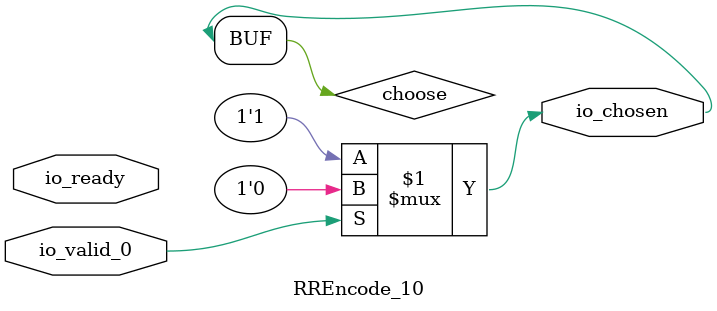
<source format=v>
module RREncode_10(
    input  io_valid_0,
    output io_chosen,
    input  io_ready);
  wire choose;
  assign io_chosen = choose;
  assign choose = io_valid_0 ? 1'h0 : 1'h1;
endmodule
</source>
